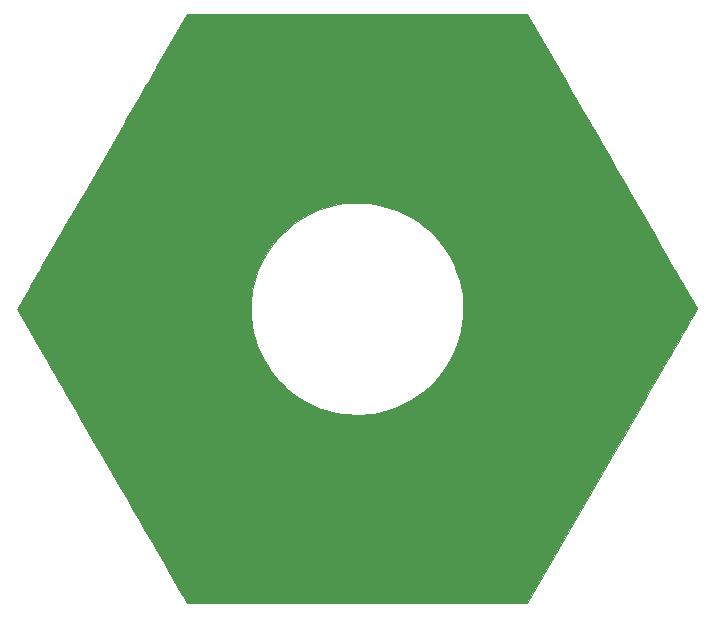
<source format=gbr>
G04 #@! TF.GenerationSoftware,KiCad,Pcbnew,5.1.5+dfsg1-2build2*
G04 #@! TF.CreationDate,2021-04-12T21:05:11-04:00*
G04 #@! TF.ProjectId,brick_tile,62726963-6b5f-4746-996c-652e6b696361,rev?*
G04 #@! TF.SameCoordinates,Original*
G04 #@! TF.FileFunction,Copper,L1,Top*
G04 #@! TF.FilePolarity,Positive*
%FSLAX46Y46*%
G04 Gerber Fmt 4.6, Leading zero omitted, Abs format (unit mm)*
G04 Created by KiCad (PCBNEW 5.1.5+dfsg1-2build2) date 2021-04-12 21:05:11*
%MOMM*%
%LPD*%
G04 APERTURE LIST*
%ADD10C,0.010000*%
G04 APERTURE END LIST*
D10*
G36*
X-2915Y24929057D02*
G01*
X14399884Y24923750D01*
X17831401Y18986500D01*
X18131778Y18466783D01*
X18451310Y17913925D01*
X18787966Y17331436D01*
X19139718Y16722828D01*
X19504537Y16091612D01*
X19880393Y15441298D01*
X20265257Y14775397D01*
X20657101Y14097421D01*
X21053894Y13410880D01*
X21453607Y12719285D01*
X21854213Y12026147D01*
X22253680Y11334978D01*
X22649981Y10649287D01*
X23041086Y9972586D01*
X23424966Y9308385D01*
X23799591Y8660197D01*
X24162933Y8031531D01*
X24512962Y7425899D01*
X24847649Y6846811D01*
X25013618Y6559646D01*
X25294366Y6073853D01*
X25569718Y5597336D01*
X25838915Y5131407D01*
X26101202Y4677380D01*
X26355820Y4236566D01*
X26602011Y3810278D01*
X26839020Y3399830D01*
X27066087Y3006533D01*
X27282457Y2631700D01*
X27487371Y2276645D01*
X27680073Y1942679D01*
X27859804Y1631116D01*
X28025809Y1343268D01*
X28177328Y1080447D01*
X28313605Y843966D01*
X28433883Y635139D01*
X28537405Y455277D01*
X28623412Y305693D01*
X28691148Y187700D01*
X28739855Y102610D01*
X28768776Y51737D01*
X28777239Y36370D01*
X28767588Y15674D01*
X28736872Y-41406D01*
X28685239Y-134614D01*
X28612834Y-263697D01*
X28519803Y-428400D01*
X28406292Y-628470D01*
X28272447Y-863652D01*
X28118414Y-1133692D01*
X27944338Y-1438337D01*
X27750365Y-1777332D01*
X27536642Y-2150423D01*
X27303315Y-2557356D01*
X27050529Y-2997876D01*
X26778429Y-3471731D01*
X26487163Y-3978665D01*
X26176876Y-4518424D01*
X25847714Y-5090756D01*
X25499822Y-5695404D01*
X25133347Y-6332116D01*
X24748435Y-7000637D01*
X24345231Y-7700713D01*
X23923881Y-8432091D01*
X23484532Y-9194515D01*
X23027328Y-9987732D01*
X22552417Y-10811488D01*
X22059944Y-11665528D01*
X21598380Y-12465818D01*
X14406598Y-24934334D01*
X-14392357Y-24934334D01*
X-14422234Y-24886709D01*
X-14434514Y-24865697D01*
X-14467302Y-24809184D01*
X-14519930Y-24718326D01*
X-14591730Y-24594278D01*
X-14682035Y-24438195D01*
X-14790176Y-24251234D01*
X-14915487Y-24034550D01*
X-15057299Y-23789299D01*
X-15214944Y-23516635D01*
X-15387756Y-23217716D01*
X-15575066Y-22893696D01*
X-15776206Y-22545731D01*
X-15990509Y-22174976D01*
X-16217307Y-21782588D01*
X-16455933Y-21369722D01*
X-16705719Y-20937534D01*
X-16965997Y-20487179D01*
X-17236099Y-20019812D01*
X-17515357Y-19536590D01*
X-17803105Y-19038668D01*
X-18098674Y-18527201D01*
X-18401396Y-18003346D01*
X-18710604Y-17468258D01*
X-19025631Y-16923092D01*
X-19345807Y-16369005D01*
X-19670467Y-15807151D01*
X-19998941Y-15238686D01*
X-20330563Y-14664767D01*
X-20664665Y-14086548D01*
X-21000578Y-13505186D01*
X-21337636Y-12921835D01*
X-21675170Y-12337652D01*
X-22012513Y-11753792D01*
X-22348997Y-11171410D01*
X-22683954Y-10591663D01*
X-23016718Y-10015706D01*
X-23346619Y-9444695D01*
X-23672990Y-8879784D01*
X-23995164Y-8322131D01*
X-24312473Y-7772890D01*
X-24624250Y-7233217D01*
X-24929825Y-6704268D01*
X-25228533Y-6187198D01*
X-25519704Y-5683163D01*
X-25802672Y-5193319D01*
X-26076769Y-4718821D01*
X-26341326Y-4260824D01*
X-26595677Y-3820485D01*
X-26839154Y-3398959D01*
X-27071088Y-2997402D01*
X-27290813Y-2616969D01*
X-27497660Y-2258816D01*
X-27690961Y-1924098D01*
X-27870050Y-1613972D01*
X-28034258Y-1329592D01*
X-28182918Y-1072115D01*
X-28315362Y-842695D01*
X-28430922Y-642490D01*
X-28528930Y-472653D01*
X-28608720Y-334342D01*
X-28669622Y-228711D01*
X-28710970Y-156916D01*
X-28732096Y-120112D01*
X-28734533Y-115812D01*
X-28793790Y-9374D01*
X-28751762Y63500D01*
X-8984467Y63500D01*
X-8984152Y-158719D01*
X-8982274Y-346996D01*
X-8978261Y-509710D01*
X-8971541Y-655240D01*
X-8961542Y-791967D01*
X-8947692Y-928270D01*
X-8929419Y-1072528D01*
X-8906150Y-1233120D01*
X-8887833Y-1351775D01*
X-8775992Y-1935999D01*
X-8625700Y-2512459D01*
X-8438501Y-3078297D01*
X-8215939Y-3630654D01*
X-7959559Y-4166671D01*
X-7670904Y-4683489D01*
X-7351520Y-5178249D01*
X-7002950Y-5648092D01*
X-6626740Y-6090160D01*
X-6224432Y-6501594D01*
X-5990352Y-6715762D01*
X-5528550Y-7096271D01*
X-5044781Y-7446656D01*
X-4543760Y-7763950D01*
X-4030202Y-8045184D01*
X-3508821Y-8287391D01*
X-3464600Y-8305957D01*
X-3034603Y-8472578D01*
X-2603376Y-8614057D01*
X-2164973Y-8731597D01*
X-1713444Y-8826403D01*
X-1242843Y-8899679D01*
X-747222Y-8952628D01*
X-220634Y-8986455D01*
X-74083Y-8992405D01*
X-26127Y-8992271D01*
X55659Y-8990048D01*
X162838Y-8986049D01*
X286974Y-8980586D01*
X412750Y-8974336D01*
X903078Y-8938367D01*
X1366062Y-8882407D01*
X1812694Y-8804426D01*
X2253966Y-8702391D01*
X2700869Y-8574270D01*
X2868084Y-8520432D01*
X3398670Y-8326758D01*
X3908523Y-8104217D01*
X4393160Y-7855041D01*
X4848096Y-7581460D01*
X5101888Y-7408701D01*
X5552037Y-7072085D01*
X5964065Y-6730764D01*
X6342180Y-6380615D01*
X6690592Y-6017513D01*
X7013509Y-5637335D01*
X7305658Y-5249334D01*
X7642815Y-4738287D01*
X7944316Y-4205920D01*
X8209387Y-3654778D01*
X8437254Y-3087404D01*
X8627143Y-2506341D01*
X8778282Y-1914133D01*
X8889896Y-1313324D01*
X8961211Y-706457D01*
X8991454Y-96077D01*
X8989165Y285750D01*
X8967996Y724109D01*
X8928181Y1142902D01*
X8868005Y1550630D01*
X8785757Y1955795D01*
X8679722Y2366899D01*
X8548188Y2792442D01*
X8398526Y3216546D01*
X8173678Y3761071D01*
X7910459Y4289360D01*
X7610273Y4799667D01*
X7274527Y5290249D01*
X6904624Y5759358D01*
X6501971Y6205250D01*
X6067973Y6626180D01*
X5604034Y7020401D01*
X5111559Y7386169D01*
X4957987Y7490406D01*
X4428777Y7816908D01*
X3881866Y8105052D01*
X3318125Y8354519D01*
X2738431Y8564992D01*
X2143655Y8736151D01*
X1534674Y8867679D01*
X931334Y8957080D01*
X807142Y8967846D01*
X648483Y8976019D01*
X463140Y8981645D01*
X258897Y8984769D01*
X43538Y8985437D01*
X-175153Y8983695D01*
X-389394Y8979588D01*
X-591400Y8973163D01*
X-773387Y8964464D01*
X-927573Y8953539D01*
X-1005416Y8945710D01*
X-1617631Y8853594D01*
X-2214557Y8722108D01*
X-2796813Y8551025D01*
X-3365022Y8340117D01*
X-3919805Y8089158D01*
X-4461782Y7797922D01*
X-4910666Y7519975D01*
X-5414078Y7164733D01*
X-5891052Y6779194D01*
X-6339598Y6365462D01*
X-6757726Y5925646D01*
X-7143446Y5461852D01*
X-7494766Y4976185D01*
X-7809697Y4470753D01*
X-7836490Y4423833D01*
X-8113057Y3893353D01*
X-8354622Y3340237D01*
X-8560450Y2766712D01*
X-8729802Y2175003D01*
X-8861944Y1567334D01*
X-8936429Y1100666D01*
X-8950221Y993333D01*
X-8961123Y893402D01*
X-8969469Y793695D01*
X-8975591Y687034D01*
X-8979821Y566241D01*
X-8982491Y424136D01*
X-8983935Y253541D01*
X-8984467Y63500D01*
X-28751762Y63500D01*
X-27823644Y1672771D01*
X-27714140Y1862637D01*
X-27584398Y2087588D01*
X-27435331Y2346041D01*
X-27267852Y2636411D01*
X-27082876Y2957114D01*
X-26881316Y3306565D01*
X-26664087Y3683181D01*
X-26432101Y4085377D01*
X-26186274Y4511569D01*
X-25927518Y4960173D01*
X-25656748Y5429604D01*
X-25374877Y5918279D01*
X-25082819Y6424612D01*
X-24781488Y6947021D01*
X-24471798Y7483920D01*
X-24154662Y8033725D01*
X-23830995Y8594853D01*
X-23501710Y9165718D01*
X-23167721Y9744737D01*
X-22829942Y10330325D01*
X-22489286Y10920899D01*
X-22146668Y11514874D01*
X-21803001Y12110665D01*
X-21459200Y12706689D01*
X-21116177Y13301361D01*
X-20774847Y13893097D01*
X-20436124Y14480313D01*
X-20100921Y15061424D01*
X-19770152Y15634847D01*
X-19444731Y16198997D01*
X-19125572Y16752290D01*
X-18813589Y17293142D01*
X-18509695Y17819968D01*
X-18214805Y18331184D01*
X-17929831Y18825206D01*
X-17655689Y19300450D01*
X-17393291Y19755331D01*
X-17143552Y20188266D01*
X-16907385Y20597669D01*
X-16747035Y20875640D01*
X-14405715Y24934364D01*
X-2915Y24929057D01*
G37*
X-2915Y24929057D02*
X14399884Y24923750D01*
X17831401Y18986500D01*
X18131778Y18466783D01*
X18451310Y17913925D01*
X18787966Y17331436D01*
X19139718Y16722828D01*
X19504537Y16091612D01*
X19880393Y15441298D01*
X20265257Y14775397D01*
X20657101Y14097421D01*
X21053894Y13410880D01*
X21453607Y12719285D01*
X21854213Y12026147D01*
X22253680Y11334978D01*
X22649981Y10649287D01*
X23041086Y9972586D01*
X23424966Y9308385D01*
X23799591Y8660197D01*
X24162933Y8031531D01*
X24512962Y7425899D01*
X24847649Y6846811D01*
X25013618Y6559646D01*
X25294366Y6073853D01*
X25569718Y5597336D01*
X25838915Y5131407D01*
X26101202Y4677380D01*
X26355820Y4236566D01*
X26602011Y3810278D01*
X26839020Y3399830D01*
X27066087Y3006533D01*
X27282457Y2631700D01*
X27487371Y2276645D01*
X27680073Y1942679D01*
X27859804Y1631116D01*
X28025809Y1343268D01*
X28177328Y1080447D01*
X28313605Y843966D01*
X28433883Y635139D01*
X28537405Y455277D01*
X28623412Y305693D01*
X28691148Y187700D01*
X28739855Y102610D01*
X28768776Y51737D01*
X28777239Y36370D01*
X28767588Y15674D01*
X28736872Y-41406D01*
X28685239Y-134614D01*
X28612834Y-263697D01*
X28519803Y-428400D01*
X28406292Y-628470D01*
X28272447Y-863652D01*
X28118414Y-1133692D01*
X27944338Y-1438337D01*
X27750365Y-1777332D01*
X27536642Y-2150423D01*
X27303315Y-2557356D01*
X27050529Y-2997876D01*
X26778429Y-3471731D01*
X26487163Y-3978665D01*
X26176876Y-4518424D01*
X25847714Y-5090756D01*
X25499822Y-5695404D01*
X25133347Y-6332116D01*
X24748435Y-7000637D01*
X24345231Y-7700713D01*
X23923881Y-8432091D01*
X23484532Y-9194515D01*
X23027328Y-9987732D01*
X22552417Y-10811488D01*
X22059944Y-11665528D01*
X21598380Y-12465818D01*
X14406598Y-24934334D01*
X-14392357Y-24934334D01*
X-14422234Y-24886709D01*
X-14434514Y-24865697D01*
X-14467302Y-24809184D01*
X-14519930Y-24718326D01*
X-14591730Y-24594278D01*
X-14682035Y-24438195D01*
X-14790176Y-24251234D01*
X-14915487Y-24034550D01*
X-15057299Y-23789299D01*
X-15214944Y-23516635D01*
X-15387756Y-23217716D01*
X-15575066Y-22893696D01*
X-15776206Y-22545731D01*
X-15990509Y-22174976D01*
X-16217307Y-21782588D01*
X-16455933Y-21369722D01*
X-16705719Y-20937534D01*
X-16965997Y-20487179D01*
X-17236099Y-20019812D01*
X-17515357Y-19536590D01*
X-17803105Y-19038668D01*
X-18098674Y-18527201D01*
X-18401396Y-18003346D01*
X-18710604Y-17468258D01*
X-19025631Y-16923092D01*
X-19345807Y-16369005D01*
X-19670467Y-15807151D01*
X-19998941Y-15238686D01*
X-20330563Y-14664767D01*
X-20664665Y-14086548D01*
X-21000578Y-13505186D01*
X-21337636Y-12921835D01*
X-21675170Y-12337652D01*
X-22012513Y-11753792D01*
X-22348997Y-11171410D01*
X-22683954Y-10591663D01*
X-23016718Y-10015706D01*
X-23346619Y-9444695D01*
X-23672990Y-8879784D01*
X-23995164Y-8322131D01*
X-24312473Y-7772890D01*
X-24624250Y-7233217D01*
X-24929825Y-6704268D01*
X-25228533Y-6187198D01*
X-25519704Y-5683163D01*
X-25802672Y-5193319D01*
X-26076769Y-4718821D01*
X-26341326Y-4260824D01*
X-26595677Y-3820485D01*
X-26839154Y-3398959D01*
X-27071088Y-2997402D01*
X-27290813Y-2616969D01*
X-27497660Y-2258816D01*
X-27690961Y-1924098D01*
X-27870050Y-1613972D01*
X-28034258Y-1329592D01*
X-28182918Y-1072115D01*
X-28315362Y-842695D01*
X-28430922Y-642490D01*
X-28528930Y-472653D01*
X-28608720Y-334342D01*
X-28669622Y-228711D01*
X-28710970Y-156916D01*
X-28732096Y-120112D01*
X-28734533Y-115812D01*
X-28793790Y-9374D01*
X-28751762Y63500D01*
X-8984467Y63500D01*
X-8984152Y-158719D01*
X-8982274Y-346996D01*
X-8978261Y-509710D01*
X-8971541Y-655240D01*
X-8961542Y-791967D01*
X-8947692Y-928270D01*
X-8929419Y-1072528D01*
X-8906150Y-1233120D01*
X-8887833Y-1351775D01*
X-8775992Y-1935999D01*
X-8625700Y-2512459D01*
X-8438501Y-3078297D01*
X-8215939Y-3630654D01*
X-7959559Y-4166671D01*
X-7670904Y-4683489D01*
X-7351520Y-5178249D01*
X-7002950Y-5648092D01*
X-6626740Y-6090160D01*
X-6224432Y-6501594D01*
X-5990352Y-6715762D01*
X-5528550Y-7096271D01*
X-5044781Y-7446656D01*
X-4543760Y-7763950D01*
X-4030202Y-8045184D01*
X-3508821Y-8287391D01*
X-3464600Y-8305957D01*
X-3034603Y-8472578D01*
X-2603376Y-8614057D01*
X-2164973Y-8731597D01*
X-1713444Y-8826403D01*
X-1242843Y-8899679D01*
X-747222Y-8952628D01*
X-220634Y-8986455D01*
X-74083Y-8992405D01*
X-26127Y-8992271D01*
X55659Y-8990048D01*
X162838Y-8986049D01*
X286974Y-8980586D01*
X412750Y-8974336D01*
X903078Y-8938367D01*
X1366062Y-8882407D01*
X1812694Y-8804426D01*
X2253966Y-8702391D01*
X2700869Y-8574270D01*
X2868084Y-8520432D01*
X3398670Y-8326758D01*
X3908523Y-8104217D01*
X4393160Y-7855041D01*
X4848096Y-7581460D01*
X5101888Y-7408701D01*
X5552037Y-7072085D01*
X5964065Y-6730764D01*
X6342180Y-6380615D01*
X6690592Y-6017513D01*
X7013509Y-5637335D01*
X7305658Y-5249334D01*
X7642815Y-4738287D01*
X7944316Y-4205920D01*
X8209387Y-3654778D01*
X8437254Y-3087404D01*
X8627143Y-2506341D01*
X8778282Y-1914133D01*
X8889896Y-1313324D01*
X8961211Y-706457D01*
X8991454Y-96077D01*
X8989165Y285750D01*
X8967996Y724109D01*
X8928181Y1142902D01*
X8868005Y1550630D01*
X8785757Y1955795D01*
X8679722Y2366899D01*
X8548188Y2792442D01*
X8398526Y3216546D01*
X8173678Y3761071D01*
X7910459Y4289360D01*
X7610273Y4799667D01*
X7274527Y5290249D01*
X6904624Y5759358D01*
X6501971Y6205250D01*
X6067973Y6626180D01*
X5604034Y7020401D01*
X5111559Y7386169D01*
X4957987Y7490406D01*
X4428777Y7816908D01*
X3881866Y8105052D01*
X3318125Y8354519D01*
X2738431Y8564992D01*
X2143655Y8736151D01*
X1534674Y8867679D01*
X931334Y8957080D01*
X807142Y8967846D01*
X648483Y8976019D01*
X463140Y8981645D01*
X258897Y8984769D01*
X43538Y8985437D01*
X-175153Y8983695D01*
X-389394Y8979588D01*
X-591400Y8973163D01*
X-773387Y8964464D01*
X-927573Y8953539D01*
X-1005416Y8945710D01*
X-1617631Y8853594D01*
X-2214557Y8722108D01*
X-2796813Y8551025D01*
X-3365022Y8340117D01*
X-3919805Y8089158D01*
X-4461782Y7797922D01*
X-4910666Y7519975D01*
X-5414078Y7164733D01*
X-5891052Y6779194D01*
X-6339598Y6365462D01*
X-6757726Y5925646D01*
X-7143446Y5461852D01*
X-7494766Y4976185D01*
X-7809697Y4470753D01*
X-7836490Y4423833D01*
X-8113057Y3893353D01*
X-8354622Y3340237D01*
X-8560450Y2766712D01*
X-8729802Y2175003D01*
X-8861944Y1567334D01*
X-8936429Y1100666D01*
X-8950221Y993333D01*
X-8961123Y893402D01*
X-8969469Y793695D01*
X-8975591Y687034D01*
X-8979821Y566241D01*
X-8982491Y424136D01*
X-8983935Y253541D01*
X-8984467Y63500D01*
X-28751762Y63500D01*
X-27823644Y1672771D01*
X-27714140Y1862637D01*
X-27584398Y2087588D01*
X-27435331Y2346041D01*
X-27267852Y2636411D01*
X-27082876Y2957114D01*
X-26881316Y3306565D01*
X-26664087Y3683181D01*
X-26432101Y4085377D01*
X-26186274Y4511569D01*
X-25927518Y4960173D01*
X-25656748Y5429604D01*
X-25374877Y5918279D01*
X-25082819Y6424612D01*
X-24781488Y6947021D01*
X-24471798Y7483920D01*
X-24154662Y8033725D01*
X-23830995Y8594853D01*
X-23501710Y9165718D01*
X-23167721Y9744737D01*
X-22829942Y10330325D01*
X-22489286Y10920899D01*
X-22146668Y11514874D01*
X-21803001Y12110665D01*
X-21459200Y12706689D01*
X-21116177Y13301361D01*
X-20774847Y13893097D01*
X-20436124Y14480313D01*
X-20100921Y15061424D01*
X-19770152Y15634847D01*
X-19444731Y16198997D01*
X-19125572Y16752290D01*
X-18813589Y17293142D01*
X-18509695Y17819968D01*
X-18214805Y18331184D01*
X-17929831Y18825206D01*
X-17655689Y19300450D01*
X-17393291Y19755331D01*
X-17143552Y20188266D01*
X-16907385Y20597669D01*
X-16747035Y20875640D01*
X-14405715Y24934364D01*
X-2915Y24929057D01*
M02*

</source>
